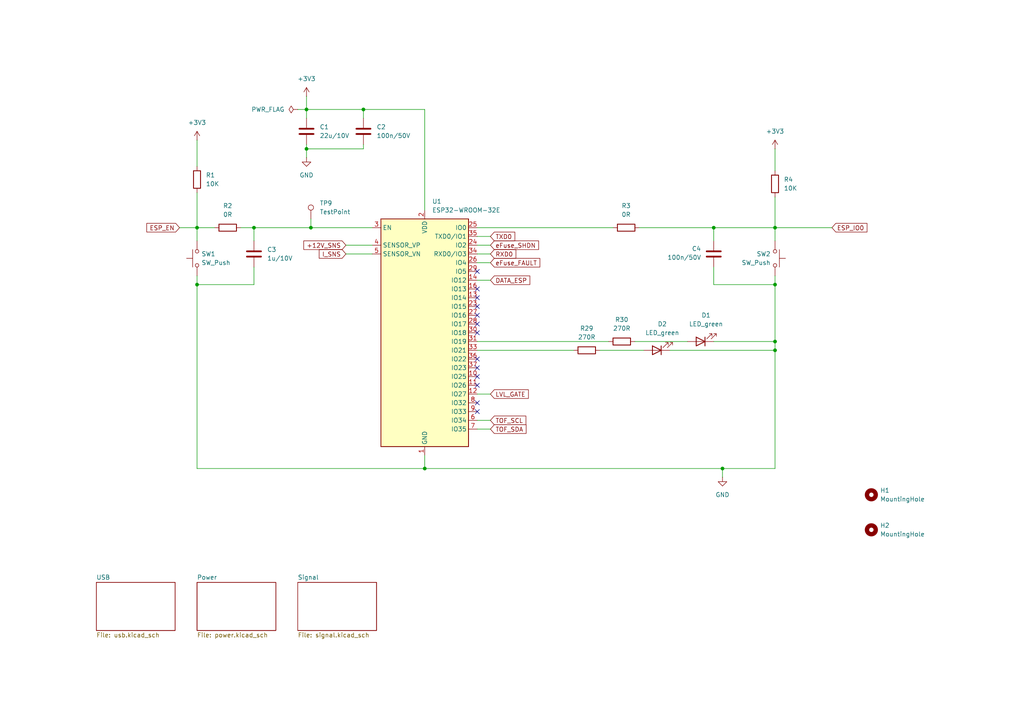
<source format=kicad_sch>
(kicad_sch (version 20250114) (generator "eeschema") (generator_version "9.0")
  (paper "A4")
  (title_block (title "LED stand lampe controller") (rev "2.0"))
  (lib_symbols
    (symbol "Connector:TestPoint" (pin_numbers (hide yes)) (pin_names (offset 0.762) (hide yes))
      (property "Reference" "TP" (at 0 6.858 0))
      (property "Value" "TestPoint" (at 0 5.08 0))
      (symbol "TestPoint_0_1"
        (circle (center 0 3.302) (radius 0.762))
      )
      (symbol "TestPoint_1_1"
        (pin passive line (at 0 0 90) (length 2.54) (name "1") (number "1"))
      )
    )
    (symbol "Device:C" (pin_numbers (hide yes)) (pin_names (offset 0.254))
      (property "Reference" "C" (at 0.635 2.54 0))
      (property "Value" "C" (at 0.635 -2.54 0))
      (symbol "C_0_1"
        (polyline (pts (xy -2.032 0.762) (xy 2.032 0.762)) (stroke (width 0.508)))
        (polyline (pts (xy -2.032 -0.762) (xy 2.032 -0.762)) (stroke (width 0.508)))
      )
      (symbol "C_1_1"
        (pin passive line (at 0 3.81 270) (length 2.794) (name "~") (number "1"))
        (pin passive line (at 0 -3.81 90) (length 2.794) (name "~") (number "2"))
      )
    )
    (symbol "Device:LED" (pin_numbers (hide yes)) (pin_names (offset 1.016) (hide yes))
      (property "Reference" "D" (at 0 2.54 0))
      (property "Value" "LED" (at 0 -2.54 0))
      (symbol "LED_0_1"
        (polyline (pts (xy -3.048 -0.762) (xy -4.572 -2.286) (xy -3.81 -2.286) (xy -4.572 -2.286) (xy -4.572 -1.524)))
        (polyline (pts (xy -1.778 -0.762) (xy -3.302 -2.286) (xy -2.54 -2.286) (xy -3.302 -2.286) (xy -3.302 -1.524)))
        (polyline (pts (xy -1.27 0) (xy 1.27 0)))
        (polyline (pts (xy -1.27 -1.27) (xy -1.27 1.27)) (stroke (width 0.254)))
        (polyline (pts (xy 1.27 -1.27) (xy 1.27 1.27) (xy -1.27 0) (xy 1.27 -1.27)) (stroke (width 0.254)))
      )
      (symbol "LED_1_1"
        (pin passive line (at -3.81 0 0) (length 2.54) (name "K") (number "1"))
        (pin passive line (at 3.81 0 180) (length 2.54) (name "A") (number "2"))
      )
    )
    (symbol "Device:R" (pin_numbers (hide yes)) (pin_names (offset 0))
      (property "Reference" "R" (at 2.032 0 90))
      (property "Value" "R" (at 0 0 90))
      (symbol "R_0_1"
        (rectangle (start -1.016 -2.54) (end 1.016 2.54) (stroke (width 0.254)))
      )
      (symbol "R_1_1"
        (pin passive line (at 0 3.81 270) (length 1.27) (name "~") (number "1"))
        (pin passive line (at 0 -3.81 90) (length 1.27) (name "~") (number "2"))
      )
    )
    (symbol "Mechanical:MountingHole" (pin_names (offset 1.016)) (in_bom no)
      (property "Reference" "H" (at 0 5.08 0))
      (property "Value" "MountingHole" (at 0 3.175 0))
      (symbol "MountingHole_0_1"
        (circle (center 0 0) (radius 1.27) (stroke (width 1.27)))
      )
    )
    (symbol "RF_Module:ESP32-WROOM-32E"
      (property "Reference" "U" (at -12.7 34.29 0))
      (property "Value" "ESP32-WROOM-32E" (at 1.27 34.29 0))
      (symbol "ESP32-WROOM-32E_0_1"
        (rectangle (start -12.7 33.02) (end 12.7 -33.02) (stroke (width 0.254)) (fill (type background)))
      )
      (symbol "ESP32-WROOM-32E_1_1"
        (pin input line (at -15.24 30.48 0) (length 2.54) (name "EN") (number "3"))
        (pin input line (at -15.24 25.4 0) (length 2.54) (name "SENSOR_VP") (number "4"))
        (pin input line (at -15.24 22.86 0) (length 2.54) (name "SENSOR_VN") (number "5"))
        (pin no_connect line (at -12.7 0 0) (length 2.54) (hide yes) (name "NC") (number "21"))
        (pin no_connect line (at -12.7 -2.54 0) (length 2.54) (hide yes) (name "NC") (number "22"))
        (pin no_connect line (at -12.7 -5.08 0) (length 2.54) (hide yes) (name "NC") (number "17"))
        (pin no_connect line (at -12.7 -7.62 0) (length 2.54) (hide yes) (name "NC") (number "18"))
        (pin no_connect line (at -12.7 -10.16 0) (length 2.54) (hide yes) (name "NC") (number "20"))
        (pin no_connect line (at -12.7 -12.7 0) (length 2.54) (hide yes) (name "NC") (number "19"))
        (pin no_connect line (at -12.7 -27.94 0) (length 2.54) (hide yes) (name "NC") (number "32"))
        (pin power_in line (at 0 35.56 270) (length 2.54) (name "VDD") (number "2"))
        (pin power_in line (at 0 -35.56 90) (length 2.54) (name "GND") (number "1"))
        (pin passive line (at 0 -35.56 90) (length 2.54) (hide yes) (name "GND") (number "15"))
        (pin passive line (at 0 -35.56 90) (length 2.54) (hide yes) (name "GND") (number "38"))
        (pin passive line (at 0 -35.56 90) (length 2.54) (hide yes) (name "GND") (number "39"))
        (pin bidirectional line (at 15.24 30.48 180) (length 2.54) (name "IO0") (number "25"))
        (pin bidirectional line (at 15.24 27.94 180) (length 2.54) (name "TXD0/IO1") (number "35"))
        (pin bidirectional line (at 15.24 25.4 180) (length 2.54) (name "IO2") (number "24"))
        (pin bidirectional line (at 15.24 22.86 180) (length 2.54) (name "RXD0/IO3") (number "34"))
        (pin bidirectional line (at 15.24 20.32 180) (length 2.54) (name "IO4") (number "26"))
        (pin bidirectional line (at 15.24 17.78 180) (length 2.54) (name "IO5") (number "29"))
        (pin bidirectional line (at 15.24 15.24 180) (length 2.54) (name "IO12") (number "14"))
        (pin bidirectional line (at 15.24 12.7 180) (length 2.54) (name "IO13") (number "16"))
        (pin bidirectional line (at 15.24 10.16 180) (length 2.54) (name "IO14") (number "13"))
        (pin bidirectional line (at 15.24 7.62 180) (length 2.54) (name "IO15") (number "23"))
        (pin bidirectional line (at 15.24 5.08 180) (length 2.54) (name "IO16") (number "27"))
        (pin bidirectional line (at 15.24 2.54 180) (length 2.54) (name "IO17") (number "28"))
        (pin bidirectional line (at 15.24 0 180) (length 2.54) (name "IO18") (number "30"))
        (pin bidirectional line (at 15.24 -2.54 180) (length 2.54) (name "IO19") (number "31"))
        (pin bidirectional line (at 15.24 -5.08 180) (length 2.54) (name "IO21") (number "33"))
        (pin bidirectional line (at 15.24 -7.62 180) (length 2.54) (name "IO22") (number "36"))
        (pin bidirectional line (at 15.24 -10.16 180) (length 2.54) (name "IO23") (number "37"))
        (pin bidirectional line (at 15.24 -12.7 180) (length 2.54) (name "IO25") (number "10"))
        (pin bidirectional line (at 15.24 -15.24 180) (length 2.54) (name "IO26") (number "11"))
        (pin bidirectional line (at 15.24 -17.78 180) (length 2.54) (name "IO27") (number "12"))
        (pin bidirectional line (at 15.24 -20.32 180) (length 2.54) (name "IO32") (number "8"))
        (pin bidirectional line (at 15.24 -22.86 180) (length 2.54) (name "IO33") (number "9"))
        (pin input line (at 15.24 -25.4 180) (length 2.54) (name "IO34") (number "6"))
        (pin input line (at 15.24 -27.94 180) (length 2.54) (name "IO35") (number "7"))
      )
    )
    (symbol "Switch:SW_Push" (pin_numbers (hide yes)) (pin_names (offset 1.016) (hide yes))
      (property "Reference" "SW" (at 1.27 2.54 0))
      (property "Value" "SW_Push" (at 0 -1.524 0))
      (symbol "SW_Push_0_1"
        (circle (center -2.032 0) (radius 0.508))
        (polyline (pts (xy 0 1.27) (xy 0 3.048)))
        (circle (center 2.032 0) (radius 0.508))
        (polyline (pts (xy 2.54 1.27) (xy -2.54 1.27)))
        (pin passive line (at -5.08 0 0) (length 2.54) (name "1") (number "1"))
        (pin passive line (at 5.08 0 180) (length 2.54) (name "2") (number "2"))
      )
    )
    (symbol "power:+3V3" (power) (pin_numbers (hide yes)) (pin_names (offset 0) (hide yes))
      (property "Value" "+3V3" (at 0 3.556 0))
      (symbol "+3V3_0_1"
        (polyline (pts (xy -0.762 1.27) (xy 0 2.54)))
        (polyline (pts (xy 0 2.54) (xy 0.762 1.27)))
        (polyline (pts (xy 0 0) (xy 0 2.54)))
      )
      (symbol "+3V3_1_1"
        (pin power_in line (at 0 0 90) (length 0) (name "~") (number "1"))
      )
    )
    (symbol "power:GND" (power) (pin_numbers (hide yes)) (pin_names (offset 0) (hide yes))
      (property "Value" "GND" (at 0 -3.81 0))
      (symbol "GND_0_1"
        (polyline (pts (xy 0 0) (xy 0 -1.27) (xy 1.27 -1.27) (xy 0 -2.54) (xy -1.27 -1.27) (xy 0 -1.27)))
      )
      (symbol "GND_1_1"
        (pin power_in line (at 0 0 270) (length 0) (name "~") (number "1"))
      )
    )
    (symbol "power:PWR_FLAG" (power) (pin_numbers (hide yes)) (pin_names (offset 0) (hide yes))
      (property "Value" "PWR_FLAG" (at 0 3.81 0))
      (symbol "PWR_FLAG_0_0"
        (pin power_out line (at 0 0 90) (length 0) (name "~") (number "1"))
      )
      (symbol "PWR_FLAG_0_1"
        (polyline (pts (xy 0 0) (xy 0 1.27) (xy -1.016 1.905) (xy 0 2.54) (xy 1.016 1.905) (xy 0 1.27)))
      )
    )
  )
  (junction (at 224.79 66.04))
  (junction (at 224.79 82.55))
  (junction (at 224.79 99.06))
  (junction (at 207.01 66.04))
  (junction (at 73.66 66.04))
  (junction (at 57.15 82.55))
  (junction (at 57.15 66.04))
  (junction (at 88.9 31.75))
  (junction (at 224.79 101.6))
  (junction (at 90.17 66.04))
  (junction (at 88.9 43.18))
  (junction (at 123.19 135.89))
  (junction (at 209.55 135.89))
  (junction (at 105.41 31.75))
  (no_connect (at 138.43 83.82))
  (no_connect (at 138.43 111.76))
  (no_connect (at 138.43 106.68))
  (no_connect (at 138.43 109.22))
  (no_connect (at 138.43 86.36))
  (no_connect (at 138.43 116.84))
  (no_connect (at 138.43 88.9))
  (no_connect (at 138.43 93.98))
  (no_connect (at 138.43 96.52))
  (no_connect (at 138.43 91.44))
  (no_connect (at 138.43 104.14))
  (no_connect (at 138.43 119.38))
  (no_connect (at 138.43 78.74))
  (wire (pts (xy 224.79 135.89) (xy 209.55 135.89)))
  (wire (pts (xy 173.99 101.6) (xy 186.69 101.6)))
  (wire (pts (xy 138.43 81.28) (xy 142.24 81.28)))
  (wire (pts (xy 138.43 124.46) (xy 142.24 124.46)))
  (wire (pts (xy 138.43 101.6) (xy 166.37 101.6)))
  (wire (pts (xy 224.79 82.55) (xy 224.79 99.06)))
  (wire (pts (xy 207.01 66.04) (xy 224.79 66.04)))
  (wire (pts (xy 105.41 31.75) (xy 123.19 31.75)))
  (wire (pts (xy 73.66 77.47) (xy 73.66 82.55)))
  (wire (pts (xy 185.42 66.04) (xy 207.01 66.04)))
  (wire (pts (xy 88.9 43.18) (xy 105.41 43.18)))
  (wire (pts (xy 138.43 76.2) (xy 142.24 76.2)))
  (wire (pts (xy 57.15 82.55) (xy 73.66 82.55)))
  (wire (pts (xy 73.66 66.04) (xy 69.85 66.04)))
  (wire (pts (xy 73.66 66.04) (xy 90.17 66.04)))
  (wire (pts (xy 90.17 63.5) (xy 90.17 66.04)))
  (wire (pts (xy 224.79 57.15) (xy 224.79 66.04)))
  (wire (pts (xy 207.01 82.55) (xy 224.79 82.55)))
  (wire (pts (xy 138.43 121.92) (xy 142.24 121.92)))
  (wire (pts (xy 62.23 66.04) (xy 57.15 66.04)))
  (wire (pts (xy 57.15 135.89) (xy 123.19 135.89)))
  (wire (pts (xy 105.41 43.18) (xy 105.41 41.91)))
  (wire (pts (xy 88.9 43.18) (xy 88.9 41.91)))
  (wire (pts (xy 57.15 55.88) (xy 57.15 66.04)))
  (wire (pts (xy 52.07 66.04) (xy 57.15 66.04)))
  (wire (pts (xy 209.55 135.89) (xy 209.55 138.43)))
  (wire (pts (xy 123.19 60.96) (xy 123.19 31.75)))
  (wire (pts (xy 138.43 99.06) (xy 176.53 99.06)))
  (wire (pts (xy 88.9 31.75) (xy 105.41 31.75)))
  (wire (pts (xy 88.9 34.29) (xy 88.9 31.75)))
  (wire (pts (xy 100.33 73.66) (xy 107.95 73.66)))
  (wire (pts (xy 184.15 99.06) (xy 199.39 99.06)))
  (wire (pts (xy 207.01 77.47) (xy 207.01 82.55)))
  (wire (pts (xy 207.01 99.06) (xy 224.79 99.06)))
  (wire (pts (xy 207.01 66.04) (xy 207.01 69.85)))
  (wire (pts (xy 138.43 68.58) (xy 142.24 68.58)))
  (wire (pts (xy 224.79 66.04) (xy 224.79 69.85)))
  (wire (pts (xy 138.43 71.12) (xy 142.24 71.12)))
  (wire (pts (xy 224.79 43.18) (xy 224.79 49.53)))
  (wire (pts (xy 57.15 66.04) (xy 57.15 69.85)))
  (wire (pts (xy 88.9 43.18) (xy 88.9 45.72)))
  (wire (pts (xy 224.79 80.01) (xy 224.79 82.55)))
  (wire (pts (xy 224.79 66.04) (xy 241.3 66.04)))
  (wire (pts (xy 138.43 66.04) (xy 177.8 66.04)))
  (wire (pts (xy 57.15 80.01) (xy 57.15 82.55)))
  (wire (pts (xy 138.43 114.3) (xy 142.24 114.3)))
  (wire (pts (xy 88.9 27.94) (xy 88.9 31.75)))
  (wire (pts (xy 224.79 101.6) (xy 224.79 135.89)))
  (wire (pts (xy 73.66 66.04) (xy 73.66 69.85)))
  (wire (pts (xy 100.33 71.12) (xy 107.95 71.12)))
  (wire (pts (xy 224.79 99.06) (xy 224.79 101.6)))
  (wire (pts (xy 57.15 82.55) (xy 57.15 135.89)))
  (wire (pts (xy 105.41 34.29) (xy 105.41 31.75)))
  (wire (pts (xy 123.19 135.89) (xy 209.55 135.89)))
  (wire (pts (xy 57.15 40.64) (xy 57.15 48.26)))
  (wire (pts (xy 138.43 73.66) (xy 142.24 73.66)))
  (wire (pts (xy 123.19 132.08) (xy 123.19 135.89)))
  (wire (pts (xy 194.31 101.6) (xy 224.79 101.6)))
  (wire (pts (xy 86.36 31.75) (xy 88.9 31.75)))
  (wire (pts (xy 90.17 66.04) (xy 107.95 66.04)))
  (global_label "eFuse_FAULT" (shape input) (at 142.24 76.2 0) (property "Intersheetrefs" "${INTERSHEET_REFS}" (effects (hide yes))))
  (global_label "TOF_SDA" (shape input) (at 142.24 124.46 0) (property "Intersheetrefs" "${INTERSHEET_REFS}" (effects (hide yes))))
  (global_label "LVL_GATE" (shape input) (at 142.24 114.3 0) (property "Intersheetrefs" "${INTERSHEET_REFS}" (effects (hide yes))))
  (global_label "RXD0" (shape input) (at 142.24 73.66 0) (property "Intersheetrefs" "${INTERSHEET_REFS}" (effects (hide yes))))
  (global_label "DATA_ESP" (shape input) (at 142.24 81.28 0) (property "Intersheetrefs" "${INTERSHEET_REFS}" (effects (hide yes))))
  (global_label "TOF_SCL" (shape input) (at 142.24 121.92 0) (property "Intersheetrefs" "${INTERSHEET_REFS}" (effects (hide yes))))
  (global_label "ESP_IO0" (shape input) (at 241.3 66.04 0) (property "Intersheetrefs" "${INTERSHEET_REFS}" (effects (hide yes))))
  (global_label "+12V_SNS" (shape input) (at 100.33 71.12 180) (property "Intersheetrefs" "${INTERSHEET_REFS}" (effects (hide yes))))
  (global_label "I_SNS" (shape input) (at 100.33 73.66 180) (property "Intersheetrefs" "${INTERSHEET_REFS}" (effects (hide yes))))
  (global_label "ESP_EN" (shape input) (at 52.07 66.04 180) (property "Intersheetrefs" "${INTERSHEET_REFS}" (effects (hide yes))))
  (global_label "TXD0" (shape input) (at 142.24 68.58 0) (property "Intersheetrefs" "${INTERSHEET_REFS}" (effects (hide yes))))
  (global_label "eFuse_SHDN" (shape input) (at 142.24 71.12 0) (property "Intersheetrefs" "${INTERSHEET_REFS}" (effects (hide yes))))
  (symbol (lib_id "Mechanical:MountingHole") (at 252.73 153.67 0) (unit 1) (in_bom no)
    (property "Reference" "H2" (at 255.27 152.3999 0) (effects (justify left)))
    (property "Value" "MountingHole" (at 255.27 154.9399 0) (effects (justify left)))
    (property "Footprint" "MountingHole:MountingHole_3.2mm_M3" (effects (hide yes)))
    (property "Description" "Mounting Hole without connection" (effects (hide yes)))
  )
  (symbol (lib_id "power:+3V3") (at 57.15 40.64 0) (unit 1)
    (property "Reference" "#PWR03" (effects (hide yes)))
    (property "Value" "+3V3" (at 57.15 35.56 0))
    (property "Description" "Power symbol creates a global label with name \"+3V3\"" (effects (hide yes)))
  )
  (symbol (lib_id "RF_Module:ESP32-WROOM-32E") (at 123.19 96.52 0) (unit 1)
    (property "Reference" "U1" (at 125.3333 58.42 0) (effects (justify left)))
    (property "Value" "ESP32-WROOM-32E" (at 125.3333 60.96 0) (effects (justify left)))
    (property "Footprint" "RF_Module:ESP32-WROOM-32D" (effects (hide yes)))
    (property "Datasheet" "https://www.espressif.com/sites/default/files/documentation/esp32-wroom-32e_esp32-wroom-32ue_datasheet_en.pdf" (effects (hide yes)))
    (property "Description" "RF Module, ESP32-D0WD-V3 SoC, without PSRAM, Wi-Fi 802.11b/g/n, Bluetooth, BLE, 32-bit, 2.7-3.6V, onboard antenna, SMD" (effects (hide yes)))
    (property "MPN" "ESP32-WROOM-32E" (effects (hide yes)))
  )
  (symbol (lib_id "power:+3V3") (at 88.9 27.94 0) (unit 1)
    (property "Reference" "#PWR01" (effects (hide yes)))
    (property "Value" "+3V3" (at 88.9 22.86 0))
    (property "Description" "Power symbol creates a global label with name \"+3V3\"" (effects (hide yes)))
  )
  (symbol (lib_id "Device:R") (at 180.34 99.06 270) (unit 1)
    (property "Reference" "R30" (at 180.34 92.71 90))
    (property "Value" "270R" (at 180.34 95.25 90))
    (property "Footprint" "Resistor_SMD:R_0603_1608Metric" (effects (hide yes)))
    (property "Description" "Resistor" (effects (hide yes)))
    (property "ID" "s.nikoubin" (effects (hide yes)))
  )
  (symbol (lib_id "Device:LED") (at 190.5 101.6 180) (unit 1)
    (property "Reference" "D2" (at 192.0875 93.98 0))
    (property "Value" "LED_green" (at 192.0875 96.52 0))
    (property "Footprint" "LED_SMD:LED_0603_1608Metric" (effects (hide yes)))
    (property "Datasheet" "https://www.we-online.com/components/products/datasheet/150060VS75000.pdf" (effects (hide yes)))
    (property "Description" "Light emitting diode" (effects (hide yes)))
    (property "Sim.Pins" "1=K 2=A" (effects (hide yes)))
    (property "MPN" "710-150060VS75000" (effects (hide yes)))
  )
  (symbol (lib_id "Switch:SW_Push") (at 57.15 74.93 90) (unit 1)
    (property "Reference" "SW1" (at 58.42 73.6599 90) (effects (justify right)))
    (property "Value" "SW_Push" (at 58.42 76.1999 90) (effects (justify right)))
    (property "Footprint" "Button_Switch_SMD:SW_Push_1P1T_NO_CK_KMR2" (effects (hide yes)))
    (property "Datasheet" "https://www.ckswitches.com/media/1479/kmr2.pdf" (effects (hide yes)))
    (property "Description" "Push button switch, generic, two pins" (effects (hide yes)))
    (property "MPN" "611-KMR231NGLFS" (effects (hide yes)))
    (property "ID" "s.nikoubin" (effects (hide yes)))
  )
  (symbol (lib_id "Device:R") (at 181.61 66.04 90) (unit 1)
    (property "Reference" "R3" (at 181.61 59.69 90))
    (property "Value" "0R" (at 181.61 62.23 90))
    (property "Footprint" "Resistor_SMD:R_0603_1608Metric" (effects (hide yes)))
    (property "Description" "Resistor" (effects (hide yes)))
  )
  (symbol (lib_id "Device:R") (at 57.15 52.07 0) (unit 1)
    (property "Reference" "R1" (at 59.69 50.7999 0) (effects (justify left)))
    (property "Value" "10K" (at 59.69 53.3399 0) (effects (justify left)))
    (property "Footprint" "Resistor_SMD:R_0603_1608Metric" (effects (hide yes)))
    (property "Description" "Resistor" (effects (hide yes)))
  )
  (symbol (lib_id "Device:C") (at 88.9 38.1 0) (unit 1)
    (property "Reference" "C1" (at 92.71 36.8299 0) (effects (justify left)))
    (property "Value" "22u/10V" (at 92.71 39.3699 0) (effects (justify left)))
    (property "Footprint" "Capacitor_SMD:C_1206_3216Metric" (effects (hide yes)))
    (property "Datasheet" "https://search.murata.co.jp/Ceramy/image/img/A01X/G101/ENG/GRM31CR71A226KE15-01.pdf" (effects (hide yes)))
    (property "Description" "Unpolarized capacitor" (effects (hide yes)))
    (property "MPN" "81-GRM31CR71A226K15L" (effects (hide yes)))
  )
  (symbol (lib_id "Device:C") (at 105.41 38.1 0) (unit 1)
    (property "Reference" "C2" (at 109.22 36.8299 0) (effects (justify left)))
    (property "Value" "100n/50V" (at 109.22 39.3699 0) (effects (justify left)))
    (property "Footprint" "Capacitor_SMD:C_0603_1608Metric" (effects (hide yes)))
    (property "Description" "Unpolarized capacitor" (effects (hide yes)))
  )
  (symbol (lib_id "Mechanical:MountingHole") (at 252.73 143.51 0) (unit 1) (in_bom no)
    (property "Reference" "H1" (at 255.27 142.2399 0) (effects (justify left)))
    (property "Value" "MountingHole" (at 255.27 144.7799 0) (effects (justify left)))
    (property "Footprint" "MountingHole:MountingHole_3.2mm_M3" (effects (hide yes)))
    (property "Description" "Mounting Hole without connection" (effects (hide yes)))
  )
  (symbol (lib_id "Device:LED") (at 203.2 99.06 180) (unit 1)
    (property "Reference" "D1" (at 204.7875 91.44 0))
    (property "Value" "LED_green" (at 204.7875 93.98 0))
    (property "Footprint" "LED_SMD:LED_0603_1608Metric" (effects (hide yes)))
    (property "Datasheet" "https://www.we-online.com/components/products/datasheet/150060VS75000.pdf" (effects (hide yes)))
    (property "Description" "Light emitting diode" (effects (hide yes)))
    (property "Sim.Pins" "1=K 2=A" (effects (hide yes)))
    (property "MPN" "710-150060VS75000" (effects (hide yes)))
  )
  (symbol (lib_id "Device:C") (at 207.01 73.66 0) (unit 1)
    (property "Reference" "C4" (at 200.66 72.136 0) (effects (justify left)))
    (property "Value" "100n/50V" (at 193.548 74.676 0) (effects (justify left)))
    (property "Footprint" "Capacitor_SMD:C_0603_1608Metric" (effects (hide yes)))
    (property "Description" "Unpolarized capacitor" (effects (hide yes)))
  )
  (symbol (lib_id "Device:R") (at 170.18 101.6 90) (unit 1)
    (property "Reference" "R29" (at 170.18 95.25 90))
    (property "Value" "270R" (at 170.18 97.79 90))
    (property "Footprint" "Resistor_SMD:R_0603_1608Metric" (effects (hide yes)))
    (property "Description" "Resistor" (effects (hide yes)))
    (property "ID" "s.nikoubin" (effects (hide yes)))
  )
  (symbol (lib_id "power:+3V3") (at 224.79 43.18 0) (unit 1)
    (property "Reference" "#PWR06" (effects (hide yes)))
    (property "Value" "+3V3" (at 224.79 38.1 0))
    (property "Description" "Power symbol creates a global label with name \"+3V3\"" (effects (hide yes)))
  )
  (symbol (lib_id "power:GND") (at 209.55 138.43 0) (unit 1)
    (property "Reference" "#PWR08" (effects (hide yes)))
    (property "Value" "GND" (at 209.55 143.51 0))
    (property "Description" "Power symbol creates a global label with name \"GND\" , ground" (effects (hide yes)))
  )
  (symbol (lib_id "power:PWR_FLAG") (at 86.36 31.75 90) (unit 1)
    (property "Reference" "#FLG05" (effects (hide yes)))
    (property "Value" "PWR_FLAG" (at 82.55 31.7499 90) (effects (justify left)))
    (property "Description" "Special symbol for telling ERC where power comes from" (effects (hide yes)))
  )
  (symbol (lib_id "Device:C") (at 73.66 73.66 0) (unit 1)
    (property "Reference" "C3" (at 77.47 72.3899 0) (effects (justify left)))
    (property "Value" "1u/10V" (at 77.47 74.9299 0) (effects (justify left)))
    (property "Footprint" "Capacitor_SMD:C_0603_1608Metric" (effects (hide yes)))
    (property "Description" "Unpolarized capacitor" (effects (hide yes)))
  )
  (symbol (lib_id "Device:R") (at 66.04 66.04 90) (unit 1)
    (property "Reference" "R2" (at 66.04 59.69 90))
    (property "Value" "0R" (at 66.04 62.23 90))
    (property "Footprint" "Resistor_SMD:R_0603_1608Metric" (effects (hide yes)))
    (property "Description" "Resistor" (effects (hide yes)))
  )
  (symbol (lib_id "Device:R") (at 224.79 53.34 0) (unit 1)
    (property "Reference" "R4" (at 227.33 52.0699 0) (effects (justify left)))
    (property "Value" "10K" (at 227.33 54.6099 0) (effects (justify left)))
    (property "Footprint" "Resistor_SMD:R_0603_1608Metric" (effects (hide yes)))
    (property "Description" "Resistor" (effects (hide yes)))
  )
  (symbol (lib_id "power:GND") (at 88.9 45.72 0) (unit 1)
    (property "Reference" "#PWR02" (effects (hide yes)))
    (property "Value" "GND" (at 88.9 50.8 0))
    (property "Description" "Power symbol creates a global label with name \"GND\" , ground" (effects (hide yes)))
  )
  (symbol (lib_id "Switch:SW_Push") (at 224.79 74.93 270) (mirror x) (unit 1)
    (property "Reference" "SW2" (at 223.52 73.6599 90) (effects (justify right)))
    (property "Value" "SW_Push" (at 223.52 76.1999 90) (effects (justify right)))
    (property "Footprint" "Button_Switch_SMD:SW_Push_1P1T_NO_CK_KMR2" (effects (hide yes)))
    (property "Datasheet" "https://www.ckswitches.com/media/1479/kmr2.pdf" (effects (hide yes)))
    (property "Description" "Push button switch, generic, two pins" (effects (hide yes)))
    (property "MPN" "611-KMR231NGLFS" (effects (hide yes)))
    (property "ID" "s.nikoubin" (effects (hide yes)))
  )
  (symbol (lib_id "Connector:TestPoint") (at 90.17 63.5 0) (unit 1)
    (property "Reference" "TP9" (at 92.71 58.9279 0) (effects (justify left)))
    (property "Value" "TestPoint" (at 92.71 61.4679 0) (effects (justify left)))
    (property "Footprint" "TestPoint:TestPoint_Pad_D1.0mm" (effects (hide yes)))
    (property "Description" "test point" (effects (hide yes)))
  )
  (sheet (at 27.94 168.91) (size 22.86 13.97) (stroke (width 0.1524))
    (property "Sheetname" "USB" (at 27.94 168.1984 0) (effects (justify left bottom)))
    (property "Sheetfile" "usb.kicad_sch" (at 27.94 183.4646 0) (effects (justify left top)))
  )
  (sheet (at 86.36 168.91) (size 22.86 13.97) (stroke (width 0.1524))
    (property "Sheetname" "Signal" (at 86.36 168.1984 0) (effects (justify left bottom)))
    (property "Sheetfile" "signal.kicad_sch" (at 86.36 183.4646 0) (effects (justify left top)))
  )
  (sheet (at 57.15 168.91) (size 22.86 13.97) (stroke (width 0.1524))
    (property "Sheetname" "Power" (at 57.15 168.1984 0) (effects (justify left bottom)))
    (property "Sheetfile" "power.kicad_sch" (at 57.15 183.4646 0) (effects (justify left top)))
  )
)
</source>
